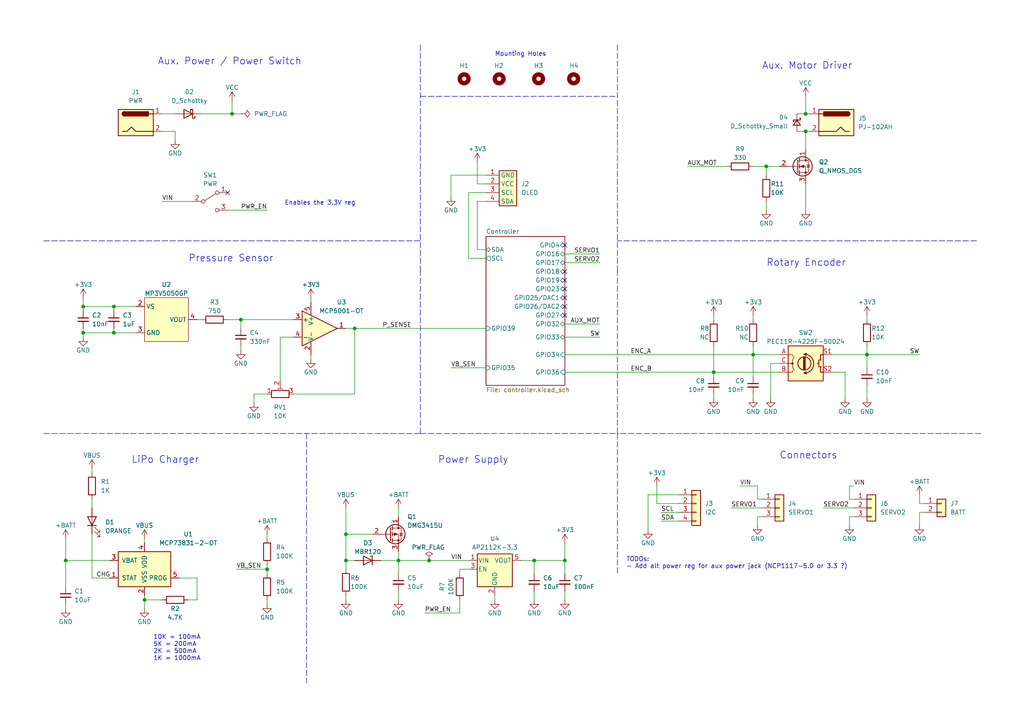
<source format=kicad_sch>
(kicad_sch (version 20211123) (generator eeschema)
  (paper "A4")
  (title_block (title "Blugasm") (date "2022-01-31") (rev "1") (comment 1 "Support for Heartrate/SpO2 sensing with MAX30102 + dual servo output") (comment 2 "Includes optional auxiliary motor driver (like the original nogasm)") (comment 4 "A battery powered nogasm inspired board with support for bluetooth toys."))
  (lib_symbols
    (symbol "Amplifier_Operational:MCP6001-OT" (pin_names (offset 0.127))
      (property "Reference" "U" (at -1.27 6.35 0))
      (property "Value" "MCP6001-OT" (at -1.27 3.81 0))
      (symbol "MCP6001-OT_0_1"
        (polyline (pts (xy -5.08 5.08) (xy 5.08 0) (xy -5.08 -5.08) (xy -5.08 5.08)) (stroke (width 0.254)) (fill (type background)))
        (pin power_in line (at -2.54 -7.62 90) (length 3.81) (name "V-") (number "2"))
        (pin power_in line (at -2.54 7.62 270) (length 3.81) (name "V+") (number "5"))
      )
      (symbol "MCP6001-OT_1_1"
        (pin output line (at 7.62 0 180) (length 2.54) (name "~") (number "1"))
        (pin input line (at -7.62 2.54 0) (length 2.54) (name "+") (number "3"))
        (pin input line (at -7.62 -2.54 0) (length 2.54) (name "-") (number "4"))
      )
    )
    (symbol "Battery_Management:MCP73831-2-OT" (pin_names (offset 1.016))
      (property "Reference" "U" (at -7.62 6.35 0))
      (property "Value" "MCP73831-2-OT" (at 1.27 6.35 0))
      (symbol "MCP73831-2-OT_0_1"
        (rectangle (start -7.62 5.08) (end 7.62 -5.08) (stroke (width 0.254)) (fill (type background)))
      )
      (symbol "MCP73831-2-OT_1_1"
        (pin output line (at 10.16 -2.54 180) (length 2.54) (name "STAT") (number "1"))
        (pin power_in line (at 0 -7.62 90) (length 2.54) (name "VSS") (number "2"))
        (pin power_out line (at 10.16 2.54 180) (length 2.54) (name "VBAT") (number "3"))
        (pin power_in line (at 0 7.62 270) (length 2.54) (name "VDD") (number "4"))
        (pin input line (at -10.16 -2.54 0) (length 2.54) (name "PROG") (number "5"))
      )
    )
    (symbol "Connector:Barrel_Jack" (pin_names (offset 1.016))
      (property "Reference" "J" (at 0 5.334 0))
      (property "Value" "Barrel_Jack" (at 0 -5.08 0))
      (symbol "Barrel_Jack_0_1"
        (rectangle (start -5.08 3.81) (end 5.08 -3.81) (stroke (width 0.254)) (fill (type background)))
        (arc (start -3.302 3.175) (mid -3.937 2.54) (end -3.302 1.905) (stroke (width 0.254)))
        (arc (start -3.302 3.175) (mid -3.937 2.54) (end -3.302 1.905) (stroke (width 0.254)) (fill (type outline)))
        (polyline (pts (xy 5.08 2.54) (xy 3.81 2.54)) (stroke (width 0.254)))
        (polyline (pts (xy -3.81 -2.54) (xy -2.54 -2.54) (xy -1.27 -1.27) (xy 0 -2.54) (xy 2.54 -2.54) (xy 5.08 -2.54)) (stroke (width 0.254)))
        (rectangle (start 3.683 3.175) (end -3.302 1.905) (stroke (width 0.254)) (fill (type outline)))
      )
      (symbol "Barrel_Jack_1_1"
        (pin passive line (at 7.62 2.54 180) (length 2.54) (name "~") (number "1"))
        (pin passive line (at 7.62 -2.54 180) (length 2.54) (name "~") (number "2"))
      )
    )
    (symbol "Connector_Generic:Conn_01x02" (pin_names (offset 1.016) hide)
      (property "Reference" "J" (at 0 2.54 0))
      (property "Value" "Conn_01x02" (at 0 -5.08 0))
      (symbol "Conn_01x02_1_1"
        (rectangle (start -1.27 -2.413) (end 0 -2.667) (stroke (width 0.1524)))
        (rectangle (start -1.27 0.127) (end 0 -0.127) (stroke (width 0.1524)))
        (rectangle (start -1.27 1.27) (end 1.27 -3.81) (stroke (width 0.254)) (fill (type background)))
        (pin passive line (at -5.08 0 0) (length 3.81) (name "Pin_1") (number "1"))
        (pin passive line (at -5.08 -2.54 0) (length 3.81) (name "Pin_2") (number "2"))
      )
    )
    (symbol "Connector_Generic:Conn_01x03" (pin_names (offset 1.016) hide)
      (property "Reference" "J" (at 0 5.08 0))
      (property "Value" "Conn_01x03" (at 0 -5.08 0))
      (symbol "Conn_01x03_1_1"
        (rectangle (start -1.27 -2.413) (end 0 -2.667) (stroke (width 0.1524)))
        (rectangle (start -1.27 0.127) (end 0 -0.127) (stroke (width 0.1524)))
        (rectangle (start -1.27 2.667) (end 0 2.413) (stroke (width 0.1524)))
        (rectangle (start -1.27 3.81) (end 1.27 -3.81) (stroke (width 0.254)) (fill (type background)))
        (pin passive line (at -5.08 2.54 0) (length 3.81) (name "Pin_1") (number "1"))
        (pin passive line (at -5.08 0 0) (length 3.81) (name "Pin_2") (number "2"))
        (pin passive line (at -5.08 -2.54 0) (length 3.81) (name "Pin_3") (number "3"))
      )
    )
    (symbol "Connector_Generic:Conn_01x04" (pin_names (offset 1.016) hide)
      (property "Reference" "J" (at 0 5.08 0))
      (property "Value" "Conn_01x04" (at 0 -7.62 0))
      (symbol "Conn_01x04_1_1"
        (rectangle (start -1.27 -4.953) (end 0 -5.207) (stroke (width 0.1524)))
        (rectangle (start -1.27 -2.413) (end 0 -2.667) (stroke (width 0.1524)))
        (rectangle (start -1.27 0.127) (end 0 -0.127) (stroke (width 0.1524)))
        (rectangle (start -1.27 2.667) (end 0 2.413) (stroke (width 0.1524)))
        (rectangle (start -1.27 3.81) (end 1.27 -6.35) (stroke (width 0.254)) (fill (type background)))
        (pin passive line (at -5.08 2.54 0) (length 3.81) (name "Pin_1") (number "1"))
        (pin passive line (at -5.08 0 0) (length 3.81) (name "Pin_2") (number "2"))
        (pin passive line (at -5.08 -2.54 0) (length 3.81) (name "Pin_3") (number "3"))
        (pin passive line (at -5.08 -5.08 0) (length 3.81) (name "Pin_4") (number "4"))
      )
    )
    (symbol "Device:C_Small" (pin_numbers hide) (pin_names (offset 0.254) hide)
      (property "Reference" "C" (at 0.254 1.778 0))
      (property "Value" "C_Small" (at 0.254 -2.032 0))
      (symbol "C_Small_0_1"
        (polyline (pts (xy -1.524 -0.508) (xy 1.524 -0.508)) (stroke (width 0.3302)))
        (polyline (pts (xy -1.524 0.508) (xy 1.524 0.508)) (stroke (width 0.3048)))
      )
      (symbol "C_Small_1_1"
        (pin passive line (at 0 2.54 270) (length 2.032) (name "~") (number "1"))
        (pin passive line (at 0 -2.54 90) (length 2.032) (name "~") (number "2"))
      )
    )
    (symbol "Device:D_Schottky" (pin_numbers hide) (pin_names (offset 1.016) hide)
      (property "Reference" "D" (at 0 2.54 0))
      (property "Value" "D_Schottky" (at 0 -2.54 0))
      (symbol "D_Schottky_0_1"
        (polyline (pts (xy 1.27 0) (xy -1.27 0)))
        (polyline (pts (xy 1.27 1.27) (xy 1.27 -1.27) (xy -1.27 0) (xy 1.27 1.27)) (stroke (width 0.254)))
        (polyline (pts (xy -1.905 0.635) (xy -1.905 1.27) (xy -1.27 1.27) (xy -1.27 -1.27) (xy -0.635 -1.27) (xy -0.635 -0.635)) (stroke (width 0.254)))
      )
      (symbol "D_Schottky_1_1"
        (pin passive line (at -3.81 0 0) (length 2.54) (name "K") (number "1"))
        (pin passive line (at 3.81 0 180) (length 2.54) (name "A") (number "2"))
      )
    )
    (symbol "Device:D_Schottky_Small" (pin_numbers hide) (pin_names (offset 0.254) hide)
      (property "Reference" "D" (at -1.27 2.032 0))
      (property "Value" "D_Schottky_Small" (at -7.112 -2.032 0))
      (symbol "D_Schottky_Small_0_1"
        (polyline (pts (xy -0.762 0) (xy 0.762 0)))
        (polyline (pts (xy 0.762 -1.016) (xy -0.762 0) (xy 0.762 1.016) (xy 0.762 -1.016)) (stroke (width 0.254)))
        (polyline (pts (xy -1.27 0.762) (xy -1.27 1.016) (xy -0.762 1.016) (xy -0.762 -1.016) (xy -0.254 -1.016) (xy -0.254 -0.762)) (stroke (width 0.254)))
      )
      (symbol "D_Schottky_Small_1_1"
        (pin passive line (at -2.54 0 0) (length 1.778) (name "K") (number "1"))
        (pin passive line (at 2.54 0 180) (length 1.778) (name "A") (number "2"))
      )
    )
    (symbol "Device:D_Zener" (pin_numbers hide) (pin_names (offset 1.016) hide)
      (property "Reference" "D" (at 0 2.54 0))
      (property "Value" "D_Zener" (at 0 -2.54 0))
      (symbol "D_Zener_0_1"
        (polyline (pts (xy 1.27 0) (xy -1.27 0)))
        (polyline (pts (xy -1.27 -1.27) (xy -1.27 1.27) (xy -0.762 1.27)) (stroke (width 0.254)))
        (polyline (pts (xy 1.27 -1.27) (xy 1.27 1.27) (xy -1.27 0) (xy 1.27 -1.27)) (stroke (width 0.254)))
      )
      (symbol "D_Zener_1_1"
        (pin passive line (at -3.81 0 0) (length 2.54) (name "K") (number "1"))
        (pin passive line (at 3.81 0 180) (length 2.54) (name "A") (number "2"))
      )
    )
    (symbol "Device:LED" (pin_numbers hide) (pin_names (offset 1.016) hide)
      (property "Reference" "D" (at 0 2.54 0))
      (property "Value" "LED" (at 0 -2.54 0))
      (symbol "LED_0_1"
        (polyline (pts (xy -1.27 -1.27) (xy -1.27 1.27)) (stroke (width 0.254)))
        (polyline (pts (xy -1.27 0) (xy 1.27 0)))
        (polyline (pts (xy 1.27 -1.27) (xy 1.27 1.27) (xy -1.27 0) (xy 1.27 -1.27)) (stroke (width 0.254)))
        (polyline (pts (xy -3.048 -0.762) (xy -4.572 -2.286) (xy -3.81 -2.286) (xy -4.572 -2.286) (xy -4.572 -1.524)))
        (polyline (pts (xy -1.778 -0.762) (xy -3.302 -2.286) (xy -2.54 -2.286) (xy -3.302 -2.286) (xy -3.302 -1.524)))
      )
      (symbol "LED_1_1"
        (pin passive line (at -3.81 0 0) (length 2.54) (name "K") (number "1"))
        (pin passive line (at 3.81 0 180) (length 2.54) (name "A") (number "2"))
      )
    )
    (symbol "Device:Q_NMOS_DGS" (pin_names (offset 0) hide)
      (property "Reference" "Q" (at 5.08 1.27 0))
      (property "Value" "Q_NMOS_DGS" (at 5.08 -1.27 0))
      (symbol "Q_NMOS_DGS_0_1"
        (polyline (pts (xy 0.254 0) (xy -2.54 0)))
        (polyline (pts (xy 0.254 1.905) (xy 0.254 -1.905)) (stroke (width 0.254)))
        (polyline (pts (xy 0.762 -1.27) (xy 0.762 -2.286)) (stroke (width 0.254)))
        (polyline (pts (xy 0.762 0.508) (xy 0.762 -0.508)) (stroke (width 0.254)))
        (polyline (pts (xy 0.762 2.286) (xy 0.762 1.27)) (stroke (width 0.254)))
        (polyline (pts (xy 2.54 2.54) (xy 2.54 1.778)))
        (polyline (pts (xy 2.54 -2.54) (xy 2.54 0) (xy 0.762 0)))
        (polyline (pts (xy 0.762 -1.778) (xy 3.302 -1.778) (xy 3.302 1.778) (xy 0.762 1.778)))
        (polyline (pts (xy 1.016 0) (xy 2.032 0.381) (xy 2.032 -0.381) (xy 1.016 0)) (fill (type outline)))
        (polyline (pts (xy 2.794 0.508) (xy 2.921 0.381) (xy 3.683 0.381) (xy 3.81 0.254)))
        (polyline (pts (xy 3.302 0.381) (xy 2.921 -0.254) (xy 3.683 -0.254) (xy 3.302 0.381)))
        (circle (center 1.651 0) (radius 2.794) (stroke (width 0.254)))
        (circle (center 2.54 -1.778) (radius 0.254) (fill (type outline)))
        (circle (center 2.54 1.778) (radius 0.254) (fill (type outline)))
      )
      (symbol "Q_NMOS_DGS_1_1"
        (pin passive line (at 2.54 5.08 270) (length 2.54) (name "D") (number "1"))
        (pin input line (at -5.08 0 0) (length 2.54) (name "G") (number "2"))
        (pin passive line (at 2.54 -5.08 90) (length 2.54) (name "S") (number "3"))
      )
    )
    (symbol "Device:Q_PMOS_DGS" (pin_names (offset 0) hide)
      (property "Reference" "Q" (at 5.08 1.27 0))
      (property "Value" "Q_PMOS_DGS" (at 5.08 -1.27 0))
      (symbol "Q_PMOS_DGS_0_1"
        (polyline (pts (xy 0.254 0) (xy -2.54 0)))
        (polyline (pts (xy 0.254 1.905) (xy 0.254 -1.905)) (stroke (width 0.254)))
        (polyline (pts (xy 0.762 -1.27) (xy 0.762 -2.286)) (stroke (width 0.254)))
        (polyline (pts (xy 0.762 0.508) (xy 0.762 -0.508)) (stroke (width 0.254)))
        (polyline (pts (xy 0.762 2.286) (xy 0.762 1.27)) (stroke (width 0.254)))
        (polyline (pts (xy 2.54 2.54) (xy 2.54 1.778)))
        (polyline (pts (xy 2.54 -2.54) (xy 2.54 0) (xy 0.762 0)))
        (polyline (pts (xy 0.762 1.778) (xy 3.302 1.778) (xy 3.302 -1.778) (xy 0.762 -1.778)))
        (polyline (pts (xy 2.286 0) (xy 1.27 0.381) (xy 1.27 -0.381) (xy 2.286 0)) (fill (type outline)))
        (polyline (pts (xy 2.794 -0.508) (xy 2.921 -0.381) (xy 3.683 -0.381) (xy 3.81 -0.254)))
        (polyline (pts (xy 3.302 -0.381) (xy 2.921 0.254) (xy 3.683 0.254) (xy 3.302 -0.381)))
        (circle (center 1.651 0) (radius 2.794) (stroke (width 0.254)))
        (circle (center 2.54 -1.778) (radius 0.254) (fill (type outline)))
        (circle (center 2.54 1.778) (radius 0.254) (fill (type outline)))
      )
      (symbol "Q_PMOS_DGS_1_1"
        (pin passive line (at 2.54 5.08 270) (length 2.54) (name "D") (number "1"))
        (pin input line (at -5.08 0 0) (length 2.54) (name "G") (number "2"))
        (pin passive line (at 2.54 -5.08 90) (length 2.54) (name "S") (number "3"))
      )
    )
    (symbol "Device:R" (pin_numbers hide) (pin_names (offset 0))
      (property "Reference" "R" (at 2.032 0 90))
      (property "Value" "R" (at 0 0 90))
      (symbol "R_0_1"
        (rectangle (start -1.016 -2.54) (end 1.016 2.54) (stroke (width 0.254)))
      )
      (symbol "R_1_1"
        (pin passive line (at 0 3.81 270) (length 1.27) (name "~") (number "1"))
        (pin passive line (at 0 -3.81 90) (length 1.27) (name "~") (number "2"))
      )
    )
    (symbol "Device:R_Potentiometer_Trim" (pin_names (offset 1.016) hide)
      (property "Reference" "RV" (at -4.445 0 90))
      (property "Value" "R_Potentiometer_Trim" (at -2.54 0 90))
      (symbol "R_Potentiometer_Trim_0_1"
        (polyline (pts (xy 1.524 0.762) (xy 1.524 -0.762)))
        (polyline (pts (xy 2.54 0) (xy 1.524 0)))
        (rectangle (start 1.016 2.54) (end -1.016 -2.54) (stroke (width 0.254)))
      )
      (symbol "R_Potentiometer_Trim_1_1"
        (pin passive line (at 0 3.81 270) (length 1.27) (name "1") (number "1"))
        (pin passive line (at 3.81 0 180) (length 1.27) (name "2") (number "2"))
        (pin passive line (at 0 -3.81 90) (length 1.27) (name "3") (number "3"))
      )
    )
    (symbol "Device:RotaryEncoder_Switch" (pin_names (offset 0.254) hide)
      (property "Reference" "SW" (at 0 6.604 0))
      (property "Value" "RotaryEncoder_Switch" (at 0 -6.604 0))
      (symbol "RotaryEncoder_Switch_0_1"
        (rectangle (start -5.08 5.08) (end 5.08 -5.08) (stroke (width 0.254)) (fill (type background)))
        (circle (center -3.81 0) (radius 0.254) (fill (type outline)))
        (arc (start -0.381 -2.794) (mid 2.3622 -0.0635) (end -0.381 2.667) (stroke (width 0.254)))
        (circle (center -0.381 0) (radius 1.905) (stroke (width 0.254)))
        (polyline (pts (xy -0.635 -1.778) (xy -0.635 1.778)) (stroke (width 0.254)))
        (polyline (pts (xy -0.381 -1.778) (xy -0.381 1.778)) (stroke (width 0.254)))
        (polyline (pts (xy -0.127 1.778) (xy -0.127 -1.778)) (stroke (width 0.254)))
        (polyline (pts (xy 3.81 0) (xy 3.429 0)) (stroke (width 0.254)))
        (polyline (pts (xy 3.81 1.016) (xy 3.81 -1.016)) (stroke (width 0.254)))
        (polyline (pts (xy -5.08 -2.54) (xy -3.81 -2.54) (xy -3.81 -2.032)))
        (polyline (pts (xy -5.08 2.54) (xy -3.81 2.54) (xy -3.81 2.032)))
        (polyline (pts (xy 0.254 -3.048) (xy -0.508 -2.794) (xy 0.127 -2.413)) (stroke (width 0.254)))
        (polyline (pts (xy 0.254 2.921) (xy -0.508 2.667) (xy 0.127 2.286)) (stroke (width 0.254)))
        (polyline (pts (xy 5.08 -2.54) (xy 4.318 -2.54) (xy 4.318 -1.016)) (stroke (width 0.254)))
        (polyline (pts (xy 5.08 2.54) (xy 4.318 2.54) (xy 4.318 1.016)) (stroke (width 0.254)))
        (polyline (pts (xy -5.08 0) (xy -3.81 0) (xy -3.81 -1.016) (xy -3.302 -2.032)))
        (polyline (pts (xy -4.318 0) (xy -3.81 0) (xy -3.81 1.016) (xy -3.302 2.032)))
        (circle (center 4.318 -1.016) (radius 0.127) (stroke (width 0.254)))
        (circle (center 4.318 1.016) (radius 0.127) (stroke (width 0.254)))
      )
      (symbol "RotaryEncoder_Switch_1_1"
        (pin passive line (at -7.62 2.54 0) (length 2.54) (name "A") (number "A"))
        (pin passive line (at -7.62 -2.54 0) (length 2.54) (name "B") (number "B"))
        (pin passive line (at -7.62 0 0) (length 2.54) (name "C") (number "C"))
        (pin passive line (at 7.62 2.54 180) (length 2.54) (name "S1") (number "S1"))
        (pin passive line (at 7.62 -2.54 180) (length 2.54) (name "S2") (number "S2"))
      )
    )
    (symbol "Mechanical:MountingHole" (pin_names (offset 1.016))
      (property "Reference" "H" (at 0 5.08 0))
      (property "Value" "MountingHole" (at 0 3.175 0))
      (symbol "MountingHole_0_1"
        (circle (center 0 0) (radius 1.27) (stroke (width 1.27)))
      )
    )
    (symbol "Regulator_Linear:AP2112K-3.3" (pin_names (offset 0.254))
      (property "Reference" "U" (at -5.08 5.715 0))
      (property "Value" "AP2112K-3.3" (at 0 5.715 0))
      (symbol "AP2112K-3.3_0_1"
        (rectangle (start -5.08 4.445) (end 5.08 -5.08) (stroke (width 0.254)) (fill (type background)))
      )
      (symbol "AP2112K-3.3_1_1"
        (pin power_in line (at -7.62 2.54 0) (length 2.54) (name "VIN") (number "1"))
        (pin power_in line (at 0 -7.62 90) (length 2.54) (name "GND") (number "2"))
        (pin input line (at -7.62 0 0) (length 2.54) (name "EN") (number "3"))
        (pin no_connect line (at 5.08 0 180) (length 2.54) hide (name "NC") (number "4"))
        (pin power_out line (at 7.62 2.54 180) (length 2.54) (name "VOUT") (number "5"))
      )
    )
    (symbol "SaawLib:MP3V5050GP"
      (property "Reference" "U" (at 0 7.62 0))
      (property "Value" "MP3V5050GP" (at 0 -7.62 0))
      (symbol "MP3V5050GP_0_1"
        (rectangle (start -6.35 6.35) (end 6.35 -6.35) (fill (type background)))
      )
      (symbol "MP3V5050GP_1_1"
        (pin no_connect line (at 8.89 5.08 180) (length 2.54) hide (name "DNC") (number "1"))
        (pin power_in line (at -8.89 3.81 0) (length 2.54) (name "VS") (number "2"))
        (pin power_in line (at -8.89 -3.81 0) (length 2.54) (name "GND") (number "3"))
        (pin output line (at 8.89 0 180) (length 2.54) (name "VOUT") (number "4"))
        (pin no_connect line (at 8.89 2.54 180) (length 2.54) hide (name "DNC") (number "5"))
        (pin no_connect line (at 8.89 -2.54 180) (length 2.54) hide (name "DNC") (number "6"))
        (pin no_connect line (at 8.89 -5.08 180) (length 2.54) hide (name "DNC") (number "7"))
        (pin no_connect line (at -8.89 0 0) (length 2.54) hide (name "DNC") (number "8"))
      )
    )
    (symbol "SaawLib:OLED_MODULE_I2C"
      (property "Reference" "J" (at 0 6.35 0))
      (property "Value" "OLED_MODULE_I2C" (at 0 -6.35 0))
      (symbol "OLED_MODULE_I2C_1_1"
        (rectangle (start -1.27 5.08) (end 3.81 -5.08) (stroke (width 0.254)) (fill (type background)))
        (pin passive line (at -5.08 3.81 0) (length 3.81) (name "GND") (number "1"))
        (pin passive line (at -5.08 1.27 0) (length 3.81) (name "VCC") (number "2"))
        (pin passive line (at -5.08 -1.27 0) (length 3.81) (name "SCL") (number "3"))
        (pin passive line (at -5.08 -3.81 0) (length 3.81) (name "SDA") (number "4"))
      )
    )
    (symbol "Switch:SW_SPDT" (pin_names (offset 0) hide)
      (property "Reference" "SW" (at 0 4.318 0))
      (property "Value" "SW_SPDT" (at 0 -5.08 0))
      (symbol "SW_SPDT_0_0"
        (circle (center -2.032 0) (radius 0.508))
        (circle (center 2.032 -2.54) (radius 0.508))
      )
      (symbol "SW_SPDT_0_1"
        (polyline (pts (xy -1.524 0.254) (xy 1.651 2.286)))
        (circle (center 2.032 2.54) (radius 0.508))
      )
      (symbol "SW_SPDT_1_1"
        (pin passive line (at 5.08 2.54 180) (length 2.54) (name "A") (number "1"))
        (pin passive line (at -5.08 0 0) (length 2.54) (name "B") (number "2"))
        (pin passive line (at 5.08 -2.54 180) (length 2.54) (name "C") (number "3"))
      )
    )
    (symbol "power:+3.3V" (power) (pin_names (offset 0))
      (property "Value" "+3.3V" (at 0 3.556 0))
      (symbol "+3.3V_0_1"
        (polyline (pts (xy -0.762 1.27) (xy 0 2.54)))
        (polyline (pts (xy 0 0) (xy 0 2.54)))
        (polyline (pts (xy 0 2.54) (xy 0.762 1.27)))
      )
      (symbol "+3.3V_1_1"
        (pin power_in line (at 0 0 90) (length 0) hide (name "+3V3") (number "1"))
      )
    )
    (symbol "power:+BATT" (power) (pin_names (offset 0))
      (property "Value" "+BATT" (at 0 3.556 0))
      (symbol "+BATT_0_1"
        (polyline (pts (xy -0.762 1.27) (xy 0 2.54)))
        (polyline (pts (xy 0 0) (xy 0 2.54)))
        (polyline (pts (xy 0 2.54) (xy 0.762 1.27)))
      )
      (symbol "+BATT_1_1"
        (pin power_in line (at 0 0 90) (length 0) hide (name "+BATT") (number "1"))
      )
    )
    (symbol "power:GND" (power) (pin_names (offset 0))
      (property "Value" "GND" (at 0 -3.81 0))
      (symbol "GND_0_1"
        (polyline (pts (xy 0 0) (xy 0 -1.27) (xy 1.27 -1.27) (xy 0 -2.54) (xy -1.27 -1.27) (xy 0 -1.27)))
      )
      (symbol "GND_1_1"
        (pin power_in line (at 0 0 270) (length 0) hide (name "GND") (number "1"))
      )
    )
    (symbol "power:PWR_FLAG" (power) (pin_numbers hide) (pin_names (offset 0) hide)
      (property "Value" "PWR_FLAG" (at 0 3.81 0))
      (symbol "PWR_FLAG_0_0"
        (pin power_out line (at 0 0 90) (length 0) (name "pwr") (number "1"))
      )
      (symbol "PWR_FLAG_0_1"
        (polyline (pts (xy 0 0) (xy 0 1.27) (xy -1.016 1.905) (xy 0 2.54) (xy 1.016 1.905) (xy 0 1.27)))
      )
    )
    (symbol "power:VBUS" (power) (pin_names (offset 0))
      (property "Value" "VBUS" (at 0 3.81 0))
      (symbol "VBUS_0_1"
        (polyline (pts (xy -0.762 1.27) (xy 0 2.54)))
        (polyline (pts (xy 0 0) (xy 0 2.54)))
        (polyline (pts (xy 0 2.54) (xy 0.762 1.27)))
      )
      (symbol "VBUS_1_1"
        (pin power_in line (at 0 0 90) (length 0) hide (name "VBUS") (number "1"))
      )
    )
    (symbol "power:VCC" (power) (pin_names (offset 0))
      (property "Value" "VCC" (at 0 3.81 0))
      (symbol "VCC_0_1"
        (polyline (pts (xy -0.762 1.27) (xy 0 2.54)))
        (polyline (pts (xy 0 0) (xy 0 2.54)))
        (polyline (pts (xy 0 2.54) (xy 0.762 1.27)))
      )
      (symbol "VCC_1_1"
        (pin power_in line (at 0 0 90) (length 0) hide (name "VCC") (number "1"))
      )
    )
  )
  (junction (at 233.68 38.1))
  (junction (at 115.57 162.56))
  (junction (at 41.91 173.99))
  (junction (at 69.85 92.71))
  (junction (at 163.83 162.56))
  (junction (at 154.94 162.56))
  (junction (at 24.13 96.52))
  (junction (at 222.25 48.26))
  (junction (at 67.31 33.02))
  (junction (at 100.33 162.56))
  (junction (at 251.46 102.87))
  (junction (at 77.47 165.1))
  (junction (at 218.44 102.87))
  (junction (at 102.87 95.25))
  (junction (at 207.01 107.95))
  (junction (at 33.02 88.9))
  (junction (at 100.33 154.94))
  (junction (at 233.68 33.02))
  (junction (at 24.13 88.9))
  (junction (at 33.02 96.52))
  (junction (at 19.05 162.56))
  (junction (at 124.46 162.56))
  (no_connect (at 163.83 71.12))
  (no_connect (at 66.04 55.88))
  (no_connect (at 163.83 83.82))
  (no_connect (at 163.83 86.36))
  (no_connect (at 163.83 81.28))
  (no_connect (at 163.83 78.74))
  (no_connect (at 163.83 91.44))
  (no_connect (at 163.83 88.9))
  (polyline (pts (xy 284.48 125.73) (xy 179.07 125.73)))
  (wire (pts (xy 212.09 147.32) (xy 220.98 147.32)))
  (wire (pts (xy 218.44 100.33) (xy 218.44 102.87)))
  (wire (pts (xy 19.05 162.56) (xy 19.05 170.18)))
  (wire (pts (xy 223.52 105.41) (xy 223.52 115.57)))
  (wire (pts (xy 218.44 114.3) (xy 218.44 115.57)))
  (wire (pts (xy 115.57 162.56) (xy 115.57 160.02)))
  (wire (pts (xy 199.39 48.26) (xy 210.82 48.26)))
  (wire (pts (xy 151.13 162.56) (xy 154.94 162.56)))
  (wire (pts (xy 251.46 102.87) (xy 266.7 102.87)))
  (wire (pts (xy 173.99 76.2) (xy 163.83 76.2)))
  (wire (pts (xy 207.01 114.3) (xy 207.01 115.57)))
  (wire (pts (xy 33.02 88.9) (xy 39.37 88.9)))
  (wire (pts (xy 246.38 144.78) (xy 246.38 140.97)))
  (wire (pts (xy 41.91 172.72) (xy 41.91 173.99)))
  (wire (pts (xy 196.85 148.59) (xy 191.77 148.59)))
  (wire (pts (xy 69.85 92.71) (xy 66.04 92.71)))
  (wire (pts (xy 26.67 137.16) (xy 26.67 135.89)))
  (wire (pts (xy 154.94 162.56) (xy 163.83 162.56)))
  (wire (pts (xy 46.99 33.02) (xy 50.8 33.02)))
  (polyline (pts (xy 12.7 69.85) (xy 121.92 69.85)))
  (wire (pts (xy 207.01 100.33) (xy 207.01 107.95)))
  (wire (pts (xy 41.91 173.99) (xy 41.91 176.53)))
  (wire (pts (xy 173.99 73.66) (xy 163.83 73.66)))
  (wire (pts (xy 163.83 102.87) (xy 218.44 102.87)))
  (wire (pts (xy 100.33 154.94) (xy 100.33 162.56)))
  (wire (pts (xy 102.87 95.25) (xy 140.97 95.25)))
  (wire (pts (xy 24.13 96.52) (xy 24.13 97.79)))
  (wire (pts (xy 219.71 144.78) (xy 219.71 140.97)))
  (wire (pts (xy 130.81 106.68) (xy 140.97 106.68)))
  (wire (pts (xy 50.8 40.64) (xy 50.8 38.1)))
  (wire (pts (xy 67.31 33.02) (xy 69.85 33.02)))
  (wire (pts (xy 100.33 172.72) (xy 100.33 173.99)))
  (wire (pts (xy 233.68 38.1) (xy 233.68 43.18)))
  (wire (pts (xy 196.85 146.05) (xy 190.5 146.05)))
  (wire (pts (xy 140.97 58.42) (xy 138.43 58.42)))
  (wire (pts (xy 218.44 91.44) (xy 218.44 92.71)))
  (wire (pts (xy 267.97 148.59) (xy 266.7 148.59)))
  (wire (pts (xy 90.17 86.36) (xy 90.17 87.63)))
  (wire (pts (xy 266.7 146.05) (xy 266.7 143.51)))
  (wire (pts (xy 135.89 74.93) (xy 135.89 55.88)))
  (wire (pts (xy 218.44 48.26) (xy 222.25 48.26)))
  (wire (pts (xy 220.98 149.86) (xy 219.71 149.86)))
  (wire (pts (xy 50.8 38.1) (xy 46.99 38.1)))
  (wire (pts (xy 241.3 102.87) (xy 251.46 102.87)))
  (wire (pts (xy 123.19 177.8) (xy 133.35 177.8)))
  (polyline (pts (xy 12.7 125.73) (xy 121.92 125.73)))
  (polyline (pts (xy 121.92 125.73) (xy 179.07 125.73)))
  (wire (pts (xy 140.97 53.34) (xy 138.43 53.34)))
  (wire (pts (xy 67.31 29.21) (xy 67.31 33.02)))
  (wire (pts (xy 69.85 100.33) (xy 69.85 101.6)))
  (wire (pts (xy 138.43 58.42) (xy 138.43 72.39)))
  (wire (pts (xy 100.33 154.94) (xy 107.95 154.94)))
  (wire (pts (xy 140.97 50.8) (xy 130.81 50.8)))
  (wire (pts (xy 231.14 33.02) (xy 233.68 33.02)))
  (wire (pts (xy 24.13 88.9) (xy 33.02 88.9)))
  (polyline (pts (xy 88.9 125.73) (xy 88.9 198.12)))
  (wire (pts (xy 26.67 167.64) (xy 31.75 167.64)))
  (wire (pts (xy 19.05 175.26) (xy 19.05 176.53)))
  (wire (pts (xy 251.46 91.44) (xy 251.46 92.71)))
  (wire (pts (xy 90.17 102.87) (xy 90.17 104.14)))
  (wire (pts (xy 24.13 86.36) (xy 24.13 88.9)))
  (wire (pts (xy 233.68 33.02) (xy 234.95 33.02)))
  (wire (pts (xy 245.11 107.95) (xy 241.3 107.95)))
  (wire (pts (xy 57.15 173.99) (xy 57.15 167.64)))
  (wire (pts (xy 57.15 167.64) (xy 52.07 167.64)))
  (wire (pts (xy 222.25 48.26) (xy 226.06 48.26)))
  (wire (pts (xy 143.51 172.72) (xy 143.51 173.99)))
  (wire (pts (xy 41.91 173.99) (xy 46.99 173.99)))
  (wire (pts (xy 238.76 147.32) (xy 247.65 147.32)))
  (wire (pts (xy 233.68 53.34) (xy 233.68 60.96)))
  (wire (pts (xy 33.02 95.25) (xy 33.02 96.52)))
  (wire (pts (xy 135.89 55.88) (xy 140.97 55.88)))
  (wire (pts (xy 219.71 149.86) (xy 219.71 152.4)))
  (wire (pts (xy 100.33 162.56) (xy 102.87 162.56)))
  (wire (pts (xy 218.44 109.22) (xy 218.44 102.87)))
  (polyline (pts (xy 283.21 69.85) (xy 179.07 69.85)))
  (wire (pts (xy 110.49 162.56) (xy 115.57 162.56)))
  (wire (pts (xy 163.83 107.95) (xy 207.01 107.95)))
  (wire (pts (xy 100.33 154.94) (xy 100.33 147.32)))
  (wire (pts (xy 190.5 140.97) (xy 190.5 146.05)))
  (wire (pts (xy 58.42 33.02) (xy 67.31 33.02)))
  (wire (pts (xy 247.65 144.78) (xy 246.38 144.78)))
  (polyline (pts (xy 121.92 125.73) (xy 121.92 78.74)))
  (wire (pts (xy 33.02 96.52) (xy 24.13 96.52)))
  (wire (pts (xy 115.57 162.56) (xy 124.46 162.56)))
  (polyline (pts (xy 179.07 78.74) (xy 179.07 12.7)))
  (wire (pts (xy 251.46 106.68) (xy 251.46 102.87)))
  (wire (pts (xy 77.47 114.3) (xy 73.66 114.3)))
  (wire (pts (xy 68.58 165.1) (xy 77.47 165.1)))
  (wire (pts (xy 102.87 95.25) (xy 100.33 95.25)))
  (wire (pts (xy 73.66 116.84) (xy 73.66 114.3)))
  (wire (pts (xy 77.47 165.1) (xy 77.47 166.37)))
  (wire (pts (xy 251.46 100.33) (xy 251.46 102.87)))
  (polyline (pts (xy 121.92 27.94) (xy 179.07 27.94)))
  (wire (pts (xy 218.44 102.87) (xy 226.06 102.87)))
  (wire (pts (xy 54.61 173.99) (xy 57.15 173.99)))
  (wire (pts (xy 222.25 48.26) (xy 222.25 50.8)))
  (wire (pts (xy 81.28 110.49) (xy 81.28 97.79)))
  (wire (pts (xy 154.94 166.37) (xy 154.94 162.56)))
  (wire (pts (xy 19.05 156.21) (xy 19.05 162.56)))
  (wire (pts (xy 100.33 162.56) (xy 100.33 165.1)))
  (wire (pts (xy 133.35 177.8) (xy 133.35 173.99)))
  (wire (pts (xy 187.96 143.51) (xy 196.85 143.51)))
  (wire (pts (xy 77.47 173.99) (xy 77.47 175.26)))
  (wire (pts (xy 115.57 147.32) (xy 115.57 149.86)))
  (wire (pts (xy 163.83 93.98) (xy 173.99 93.98)))
  (wire (pts (xy 220.98 144.78) (xy 219.71 144.78)))
  (wire (pts (xy 69.85 92.71) (xy 69.85 95.25)))
  (wire (pts (xy 77.47 60.96) (xy 66.04 60.96)))
  (wire (pts (xy 133.35 165.1) (xy 135.89 165.1)))
  (wire (pts (xy 140.97 74.93) (xy 135.89 74.93)))
  (wire (pts (xy 214.63 140.97) (xy 219.71 140.97)))
  (wire (pts (xy 163.83 162.56) (xy 163.83 166.37)))
  (wire (pts (xy 246.38 149.86) (xy 246.38 152.4)))
  (wire (pts (xy 102.87 114.3) (xy 102.87 95.25)))
  (wire (pts (xy 77.47 163.83) (xy 77.47 165.1)))
  (wire (pts (xy 24.13 95.25) (xy 24.13 96.52)))
  (wire (pts (xy 46.99 58.42) (xy 55.88 58.42)))
  (polyline (pts (xy 179.07 125.73) (xy 179.07 166.37)))
  (wire (pts (xy 196.85 151.13) (xy 191.77 151.13)))
  (wire (pts (xy 266.7 148.59) (xy 266.7 152.4)))
  (wire (pts (xy 77.47 154.94) (xy 77.47 156.21)))
  (wire (pts (xy 24.13 88.9) (xy 24.13 90.17)))
  (polyline (pts (xy 179.07 125.73) (xy 179.07 78.74)))
  (wire (pts (xy 163.83 97.79) (xy 173.99 97.79)))
  (wire (pts (xy 163.83 171.45) (xy 163.83 173.99)))
  (wire (pts (xy 41.91 156.21) (xy 41.91 157.48)))
  (wire (pts (xy 247.65 149.86) (xy 246.38 149.86)))
  (wire (pts (xy 138.43 72.39) (xy 140.97 72.39)))
  (wire (pts (xy 234.95 38.1) (xy 233.68 38.1)))
  (wire (pts (xy 58.42 92.71) (xy 57.15 92.71)))
  (wire (pts (xy 207.01 91.44) (xy 207.01 92.71)))
  (wire (pts (xy 207.01 107.95) (xy 207.01 109.22)))
  (wire (pts (xy 26.67 154.94) (xy 26.67 167.64)))
  (wire (pts (xy 81.28 97.79) (xy 85.09 97.79)))
  (wire (pts (xy 251.46 111.76) (xy 251.46 115.57)))
  (wire (pts (xy 33.02 88.9) (xy 33.02 90.17)))
  (wire (pts (xy 19.05 162.56) (xy 31.75 162.56)))
  (wire (pts (xy 124.46 162.56) (xy 135.89 162.56)))
  (wire (pts (xy 26.67 144.78) (xy 26.67 147.32)))
  (wire (pts (xy 115.57 171.45) (xy 115.57 173.99)))
  (wire (pts (xy 245.11 115.57) (xy 245.11 107.95)))
  (wire (pts (xy 163.83 157.48) (xy 163.83 162.56)))
  (wire (pts (xy 222.25 58.42) (xy 222.25 60.96)))
  (wire (pts (xy 130.81 50.8) (xy 130.81 57.15)))
  (wire (pts (xy 138.43 46.99) (xy 138.43 53.34)))
  (wire (pts (xy 39.37 96.52) (xy 33.02 96.52)))
  (wire (pts (xy 85.09 114.3) (xy 102.87 114.3)))
  (wire (pts (xy 115.57 166.37) (xy 115.57 162.56)))
  (wire (pts (xy 247.65 140.97) (xy 246.38 140.97)))
  (wire (pts (xy 154.94 171.45) (xy 154.94 173.99)))
  (wire (pts (xy 207.01 107.95) (xy 226.06 107.95)))
  (wire (pts (xy 69.85 92.71) (xy 85.09 92.71)))
  (wire (pts (xy 187.96 143.51) (xy 187.96 153.67)))
  (wire (pts (xy 233.68 27.94) (xy 233.68 33.02)))
  (wire (pts (xy 226.06 105.41) (xy 223.52 105.41)))
  (wire (pts (xy 231.14 38.1) (xy 233.68 38.1)))
  (wire (pts (xy 133.35 165.1) (xy 133.35 166.37)))
  (polyline (pts (xy 121.92 78.74) (xy 121.92 12.7)))
  (wire (pts (xy 266.7 146.05) (xy 267.97 146.05)))
  (text "Aux. Motor Driver" (at 220.98 20.32 0) (effects (font (size 2 2)) (justify left bottom)))
  (text "Enables the 3.3V reg\n" (at 82.55 59.69 0) (effects (font (size 1.27 1.27)) (justify left bottom)))
  (text "Connectors" (at 226.06 133.35 0) (effects (font (size 2 2)) (justify left bottom)))
  (text "Mounting Holes" (at 143.51 16.51 0) (effects (font (size 1.27 1.27)) (justify left bottom)))
  (text "Power Supply" (at 127 134.62 0) (effects (font (size 2 2)) (justify left bottom)))
  (text "TODOs:\n- Add alt power reg for aux power jack (NCP1117-5.0 or 3.3 ?)" (at 181.61 165.1 0) (effects (font (size 1.27 1.27)) (justify left bottom)))
  (text "10K = 100mA\n5K = 200mA\n2K = 500mA\n1K = 1000mA" (at 44.45 191.77 0) (effects (font (size 1.27 1.27)) (justify left bottom)))
  (text "Rotary Encoder" (at 222.25 77.47 0) (effects (font (size 2 2)) (justify left bottom)))
  (text "Pressure Sensor" (at 54.61 76.2 0) (effects (font (size 2 2)) (justify left bottom)))
  (text "Aux. Power / Power Switch" (at 45.72 19.05 0) (effects (font (size 2 2)) (justify left bottom)))
  (text "LiPo Charger" (at 38.1 134.62 0) (effects (font (size 2 2)) (justify left bottom)))
  (label "CHG" (at 27.94 167.64 0))
  (label "VIN" (at 247.65 140.97 0))
  (label "VIN" (at 214.63 140.97 0))
  (label "VIN" (at 130.81 162.56 0))
  (label "PWR_EN" (at 77.47 60.96 180))
  (label "PWR_EN" (at 123.19 177.8 0))
  (label "AUX_MOT" (at 199.39 48.26 0))
  (label "VB_SEN" (at 130.81 106.68 0))
  (label "SCL" (at 191.77 148.59 0))
  (label "ENC_B" (at 182.88 107.95 0))
  (label "SW" (at 266.7 102.87 180))
  (label "ENC_A" (at 182.88 102.87 0))
  (label "SERVO2" (at 238.76 147.32 0))
  (label "P_SENSE" (at 119.38 95.25 180))
  (label "SERVO1" (at 173.99 73.66 180))
  (label "SW" (at 173.99 97.79 180))
  (label "VB_SEN" (at 68.58 165.1 0))
  (label "SERVO1" (at 212.09 147.32 0))
  (label "SERVO2" (at 173.99 76.2 180))
  (label "SDA" (at 191.77 151.13 0))
  (label "VIN" (at 46.99 58.42 0))
  (label "AUX_MOT" (at 173.99 93.98 180))
  (symbol (lib_id "power:GND") (at 218.44 115.57 0) (unit 1)
    (property "Reference" "#PWR031" (effects hide))
    (property "Value" "GND" (at 218.44 119.38 0))
  )
  (symbol (lib_id "Device:D_Schottky_Small") (at 231.14 35.56 270) (unit 1)
    (property "Reference" "D4" (at 228.6 34.0359 90) (effects (justify right)))
    (property "Value" "D_Schottky_Small" (at 228.6 36.5759 90) (effects (justify right)))
  )
  (symbol (lib_id "power:GND") (at 187.96 153.67 0) (unit 1)
    (property "Reference" "#PWR026" (effects hide))
    (property "Value" "GND" (at 187.96 157.48 0))
  )
  (symbol (lib_id "power:VCC") (at 233.68 27.94 0) (unit 1)
    (property "Reference" "#PWR035" (effects hide))
    (property "Value" "VCC" (at 233.68 24.13 0))
  )
  (symbol (lib_id "Battery_Management:MCP73831-2-OT") (at 41.91 165.1 0) (mirror y) (unit 1)
    (property "Reference" "U1" (at 54.61 154.94 0))
    (property "Value" "MCP73831-2-OT" (at 54.61 157.48 0))
    (property "Footprint" "Package_TO_SOT_SMD:SOT-23-5" (effects hide))
    (property "Datasheet" "http://ww1.microchip.com/downloads/en/DeviceDoc/20001984g.pdf" (effects hide))
  )
  (symbol (lib_id "Device:R") (at 133.35 170.18 0) (unit 1)
    (property "Reference" "R7" (at 128.27 170.18 90))
    (property "Value" "100K" (at 130.81 170.18 90))
    (property "Footprint" "Resistor_SMD:R_0603_1608Metric" (effects hide))
  )
  (symbol (lib_id "Device:C_Small") (at 69.85 97.79 0) (mirror y) (unit 1)
    (property "Reference" "C4" (at 72.39 96.5262 0) (effects (justify right)))
    (property "Value" "330nF" (at 72.39 99.0662 0) (effects (justify right)))
    (property "Footprint" "Capacitor_SMD:C_0603_1608Metric" (effects hide))
  )
  (symbol (lib_id "power:GND") (at 223.52 115.57 0) (unit 1)
    (property "Reference" "#PWR034" (effects hide))
    (property "Value" "GND" (at 223.52 119.38 0))
  )
  (symbol (lib_id "power:VBUS") (at 100.33 147.32 0) (unit 1)
    (property "Reference" "#PWR016" (effects hide))
    (property "Value" "VBUS" (at 100.33 143.51 0))
  )
  (symbol (lib_id "Mechanical:MountingHole") (at 156.21 22.86 0) (unit 1) (in_bom no)
    (property "Reference" "H3" (at 156.21 19.05 0))
    (property "Value" "MountingHole" (effects hide))
    (property "Footprint" "MountingHole:MountingHole_2.2mm_M2" (effects hide))
  )
  (symbol (lib_id "Switch:SW_SPDT") (at 60.96 58.42 0) (unit 1)
    (property "Reference" "SW1" (at 60.96 50.8 0))
    (property "Value" "PWR" (at 60.96 53.34 0))
    (property "Footprint" "Button_Switch_THT:SW_E-Switch_EG2219_DPDT_Angled" (effects hide))
    (property "MPN" "EG2219" (effects hide))
  )
  (symbol (lib_id "Device:R") (at 100.33 168.91 0) (unit 1)
    (property "Reference" "R6" (at 101.6 167.64 0) (effects (justify left)))
    (property "Value" "100K" (at 101.6 170.18 0) (effects (justify left)))
    (property "Footprint" "Resistor_SMD:R_0603_1608Metric" (effects hide))
  )
  (symbol (lib_id "Device:Q_PMOS_DGS") (at 113.03 154.94 0) (unit 1)
    (property "Reference" "Q1" (at 118.11 149.86 0) (effects (justify left)))
    (property "Value" "DMG3415U" (at 118.11 152.4 0) (effects (justify left)))
    (property "Footprint" "Package_TO_SOT_SMD:SOT-23" (effects hide))
  )
  (symbol (lib_id "Device:Q_NMOS_DGS") (at 231.14 48.26 0) (unit 1)
    (property "Reference" "Q2" (at 237.49 46.9899 0) (effects (justify left)))
    (property "Value" "Q_NMOS_DGS" (at 237.49 49.5299 0) (effects (justify left)))
    (property "Footprint" "Package_TO_SOT_SMD:SOT-223-3_TabPin2" (effects hide))
  )
  (symbol (lib_id "power:GND") (at 222.25 60.96 0) (unit 1)
    (property "Reference" "#PWR033" (effects hide))
    (property "Value" "GND" (at 222.25 64.77 0))
  )
  (symbol (lib_id "power:GND") (at 207.01 115.57 0) (unit 1)
    (property "Reference" "#PWR029" (effects hide))
    (property "Value" "GND" (at 207.01 119.38 0))
  )
  (symbol (lib_id "power:GND") (at 233.68 60.96 0) (unit 1)
    (property "Reference" "#PWR036" (effects hide))
    (property "Value" "GND" (at 233.68 64.77 0))
  )
  (symbol (lib_id "Device:C_Small") (at 19.05 172.72 0) (unit 1)
    (property "Reference" "C1" (at 21.59 171.4562 0) (effects (justify left)))
    (property "Value" "10uF" (at 21.59 173.9962 0) (effects (justify left)))
    (property "Footprint" "Capacitor_SMD:C_0603_1608Metric" (effects hide))
  )
  (symbol (lib_id "Connector_Generic:Conn_01x04") (at 201.93 146.05 0) (unit 1)
    (property "Reference" "J3" (at 204.47 146.0499 0) (effects (justify left)))
    (property "Value" "I2C" (at 204.47 148.5899 0) (effects (justify left)))
    (property "Footprint" "Connector_PinHeader_2.54mm:PinHeader_1x04_P2.54mm_Vertical" (effects hide))
  )
  (symbol (lib_id "Device:C_Small") (at 251.46 109.22 0) (mirror y) (unit 1)
    (property "Reference" "C10" (at 254 107.9562 0) (effects (justify right)))
    (property "Value" "10nF" (at 254 110.4962 0) (effects (justify right)))
    (property "Footprint" "Capacitor_SMD:C_0603_1608Metric" (effects hide))
  )
  (symbol (lib_id "power:PWR_FLAG") (at 124.46 162.56 0) (unit 1)
    (property "Reference" "#FLG02" (effects hide))
    (property "Value" "PWR_FLAG" (at 119.38 158.75 0) (effects (justify left)))
  )
  (symbol (lib_id "Device:C_Small") (at 207.01 111.76 0) (mirror y) (unit 1)
    (property "Reference" "C8" (at 204.47 110.4962 0) (effects (justify left)))
    (property "Value" "10nF" (at 204.47 113.0362 0) (effects (justify left)))
    (property "Footprint" "Capacitor_SMD:C_0603_1608Metric" (effects hide))
  )
  (symbol (lib_id "Device:R") (at 50.8 173.99 270) (unit 1)
    (property "Reference" "R2" (at 50.8 176.53 90))
    (property "Value" "4.7K" (at 50.8 179.07 90))
    (property "Footprint" "Resistor_SMD:R_0603_1608Metric" (effects hide))
  )
  (symbol (lib_id "Device:C_Small") (at 163.83 168.91 0) (unit 1)
    (property "Reference" "C7" (at 166.37 167.6462 0) (effects (justify left)))
    (property "Value" "100nF" (at 166.37 170.1862 0) (effects (justify left)))
    (property "Footprint" "Capacitor_SMD:C_0603_1608Metric" (effects hide))
  )
  (symbol (lib_id "power:GND") (at 219.71 152.4 0) (unit 1)
    (property "Reference" "#PWR032" (effects hide))
    (property "Value" "GND" (at 219.71 156.21 0))
  )
  (symbol (lib_id "Device:C_Small") (at 154.94 168.91 0) (unit 1)
    (property "Reference" "C6" (at 157.48 167.6462 0) (effects (justify left)))
    (property "Value" "10uF" (at 157.48 170.1862 0) (effects (justify left)))
    (property "Footprint" "Capacitor_SMD:C_0603_1608Metric" (effects hide))
  )
  (symbol (lib_id "power:GND") (at 41.91 176.53 0) (unit 1)
    (property "Reference" "#PWR07" (effects hide))
    (property "Value" "GND" (at 41.91 180.34 0))
  )
  (symbol (lib_id "Device:R") (at 26.67 140.97 180) (unit 1)
    (property "Reference" "R1" (at 29.21 139.6999 0) (effects (justify right)))
    (property "Value" "1K" (at 29.21 142.2399 0) (effects (justify right)))
    (property "Footprint" "Resistor_SMD:R_0603_1608Metric" (effects hide))
  )
  (symbol (lib_id "power:GND") (at 69.85 101.6 0) (mirror y) (unit 1)
    (property "Reference" "#PWR010" (effects hide))
    (property "Value" "GND" (at 69.85 105.41 0))
  )
  (symbol (lib_id "power:GND") (at 154.94 173.99 0) (unit 1)
    (property "Reference" "#PWR023" (effects hide))
    (property "Value" "GND" (at 154.94 177.8 0))
  )
  (symbol (lib_id "Device:R") (at 62.23 92.71 270) (mirror x) (unit 1)
    (property "Reference" "R3" (at 62.23 87.63 90))
    (property "Value" "750" (at 62.23 90.17 90))
    (property "Footprint" "Resistor_SMD:R_0603_1608Metric" (effects hide))
  )
  (symbol (lib_id "power:VBUS") (at 26.67 135.89 0) (unit 1)
    (property "Reference" "#PWR05" (effects hide))
    (property "Value" "VBUS" (at 26.67 132.08 0))
  )
  (symbol (lib_id "Device:R") (at 222.25 54.61 0) (mirror y) (unit 1)
    (property "Reference" "R11" (at 223.52 53.34 0) (effects (justify right)))
    (property "Value" "10K" (at 223.52 55.88 0) (effects (justify right)))
    (property "Footprint" "Resistor_SMD:R_0603_1608Metric" (effects hide))
  )
  (symbol (lib_id "power:GND") (at 100.33 173.99 0) (unit 1)
    (property "Reference" "#PWR017" (effects hide))
    (property "Value" "GND" (at 100.33 177.8 0))
  )
  (symbol (lib_id "Device:RotaryEncoder_Switch") (at 233.68 105.41 0) (unit 1)
    (property "Reference" "SW2" (at 233.68 96.52 0))
    (property "Value" "PEC11R-4225F-50024" (at 233.68 99.06 0))
    (property "Footprint" "SaawLib:Rotary_Encoder_Switched_PEC11R" (effects hide))
    (property "MPN" "PEC11R-4215F-S0024" (effects hide))
  )
  (symbol (lib_id "Device:R") (at 214.63 48.26 90) (mirror x) (unit 1)
    (property "Reference" "R9" (at 214.63 43.18 90))
    (property "Value" "330" (at 214.63 45.72 90))
    (property "Footprint" "Resistor_SMD:R_0603_1608Metric" (effects hide))
  )
  (symbol (lib_id "Connector_Generic:Conn_01x03") (at 252.73 147.32 0) (unit 1)
    (property "Reference" "J6" (at 255.27 146.0499 0) (effects (justify left)))
    (property "Value" "SERVO2" (at 255.27 148.5899 0) (effects (justify left)))
    (property "Footprint" "Connector_PinHeader_2.54mm:PinHeader_1x03_P2.54mm_Vertical" (effects hide))
  )
  (symbol (lib_id "power:+3.3V") (at 251.46 91.44 0) (unit 1)
    (property "Reference" "#PWR039" (effects hide))
    (property "Value" "+3.3V" (at 251.46 87.63 0))
  )
  (symbol (lib_id "Device:R") (at 77.47 160.02 180) (unit 1)
    (property "Reference" "R4" (at 80.01 158.7499 0) (effects (justify right)))
    (property "Value" "100K" (at 80.01 161.2899 0) (effects (justify right)))
    (property "Footprint" "Resistor_SMD:R_0603_1608Metric" (effects hide))
  )
  (symbol (lib_id "power:GND") (at 163.83 173.99 0) (unit 1)
    (property "Reference" "#PWR025" (effects hide))
    (property "Value" "GND" (at 163.83 177.8 0))
  )
  (symbol (lib_id "power:+3.3V") (at 163.83 157.48 0) (unit 1)
    (property "Reference" "#PWR024" (effects hide))
    (property "Value" "+3.3V" (at 163.83 153.67 0))
  )
  (symbol (lib_id "power:VBUS") (at 41.91 156.21 0) (unit 1)
    (property "Reference" "#PWR06" (effects hide))
    (property "Value" "VBUS" (at 41.91 152.4 0))
  )
  (symbol (lib_id "power:+3.3V") (at 24.13 86.36 0) (mirror y) (unit 1)
    (property "Reference" "#PWR03" (effects hide))
    (property "Value" "+3.3V" (at 24.13 82.55 0))
  )
  (symbol (lib_id "power:+3.3V") (at 218.44 91.44 0) (unit 1)
    (property "Reference" "#PWR030" (effects hide))
    (property "Value" "+3.3V" (at 218.44 87.63 0))
  )
  (symbol (lib_id "SaawLib:MP3V5050GP") (at 48.26 92.71 0) (unit 1)
    (property "Reference" "U2" (at 48.26 82.55 0))
    (property "Value" "MP3V5050GP" (at 48.26 85.09 0))
  )
  (symbol (lib_id "power:GND") (at 245.11 115.57 0) (unit 1)
    (property "Reference" "#PWR037" (effects hide))
    (property "Value" "GND" (at 245.11 119.38 0))
  )
  (symbol (lib_id "Device:C_Small") (at 33.02 92.71 0) (mirror y) (unit 1)
    (property "Reference" "C3" (at 35.56 91.4462 0) (effects (justify right)))
    (property "Value" "1uF" (at 35.56 93.9862 0) (effects (justify right)))
    (property "Footprint" "Capacitor_SMD:C_0603_1608Metric" (effects hide))
  )
  (symbol (lib_id "power:GND") (at 90.17 104.14 0) (mirror y) (unit 1)
    (property "Reference" "#PWR015" (effects hide))
    (property "Value" "GND" (at 90.17 107.95 0))
  )
  (symbol (lib_id "power:+BATT") (at 19.05 156.21 0) (unit 1)
    (property "Reference" "#PWR01" (effects hide))
    (property "Value" "+BATT" (at 19.05 152.4 0))
  )
  (symbol (lib_id "Connector:Barrel_Jack") (at 39.37 35.56 0) (unit 1)
    (property "Reference" "J1" (at 39.37 26.67 0))
    (property "Value" "PWR" (at 39.37 29.21 0))
    (property "Footprint" "SaawLib:BarrelJack_CUI_PJ-102AH_Horizontal" (effects hide))
  )
  (symbol (lib_id "power:GND") (at 77.47 175.26 0) (unit 1)
    (property "Reference" "#PWR013" (effects hide))
    (property "Value" "GND" (at 77.47 179.07 0))
  )
  (symbol (lib_id "Connector:Barrel_Jack") (at 242.57 35.56 0) (mirror y) (unit 1)
    (property "Reference" "J5" (at 248.92 34.2899 0) (effects (justify right)))
    (property "Value" "PJ-102AH" (at 248.92 36.8299 0) (effects (justify right)))
    (property "Footprint" "SaawLib:BarrelJack_CUI_PJ-102AH_Horizontal" (effects hide))
  )
  (symbol (lib_id "power:+3.3V") (at 207.01 91.44 0) (unit 1)
    (property "Reference" "#PWR028" (effects hide))
    (property "Value" "+3.3V" (at 207.01 87.63 0))
  )
  (symbol (lib_id "Device:R_Potentiometer_Trim") (at 81.28 114.3 90) (unit 1)
    (property "Reference" "RV1" (at 81.28 118.11 90))
    (property "Value" "10K" (at 81.28 120.65 90))
    (property "Footprint" "Resistor_SMD:R_0603_1608Metric" (effects hide))
  )
  (symbol (lib_id "Connector_Generic:Conn_01x03") (at 226.06 147.32 0) (unit 1)
    (property "Reference" "J4" (at 228.6 146.0499 0) (effects (justify left)))
    (property "Value" "SERVO1" (at 228.6 148.5899 0) (effects (justify left)))
    (property "Footprint" "Connector_PinHeader_2.54mm:PinHeader_1x03_P2.54mm_Vertical" (effects hide))
  )
  (symbol (lib_id "power:GND") (at 50.8 40.64 0) (unit 1)
    (property "Reference" "#PWR08" (effects hide))
    (property "Value" "GND" (at 50.8 44.45 0))
  )
  (symbol (lib_id "Amplifier_Operational:MCP6001-OT") (at 92.71 95.25 0) (unit 1)
    (property "Reference" "U3" (at 99.06 87.63 0))
    (property "Value" "MCP6001-OT" (at 99.06 90.17 0))
    (property "Footprint" "Package_TO_SOT_SMD:SOT-23-5" (effects hide))
    (property "Datasheet" "http://ww1.microchip.com/downloads/en/DeviceDoc/21733j.pdf" (effects hide))
  )
  (symbol (lib_id "Device:LED") (at 26.67 151.13 90) (unit 1)
    (property "Reference" "D1" (at 30.48 151.4474 90) (effects (justify right)))
    (property "Value" "ORANGE" (at 30.48 153.9874 90) (effects (justify right)))
    (property "Footprint" "LED_SMD:LED_0603_1608Metric" (effects hide))
  )
  (symbol (lib_id "Device:D_Zener") (at 106.68 162.56 0) (mirror y) (unit 1)
    (property "Reference" "D3" (at 106.68 157.48 0))
    (property "Value" "MBR120" (at 106.68 160.02 0))
  )
  (symbol (lib_id "Mechanical:MountingHole") (at 144.78 22.86 0) (unit 1) (in_bom no)
    (property "Reference" "H2" (at 146.05 19.05 0) (effects (justify right)))
    (property "Value" "MountingHole" (effects hide))
    (property "Footprint" "MountingHole:MountingHole_2.2mm_M2" (effects hide))
  )
  (symbol (lib_id "power:+BATT") (at 77.47 154.94 0) (unit 1)
    (property "Reference" "#PWR012" (effects hide))
    (property "Value" "+BATT" (at 77.47 151.13 0))
  )
  (symbol (lib_id "SaawLib:OLED_MODULE_I2C") (at 146.05 54.61 0) (unit 1)
    (property "Reference" "J2" (at 151.13 53.3399 0) (effects (justify left)))
    (property "Value" "OLED" (at 151.13 55.8799 0) (effects (justify left)))
    (property "Footprint" "SaawLib:OLED_I2C" (effects hide))
  )
  (symbol (lib_id "Device:C_Small") (at 218.44 111.76 0) (mirror y) (unit 1)
    (property "Reference" "C9" (at 215.9 110.4962 0) (effects (justify left)))
    (property "Value" "10nF" (at 215.9 113.0362 0) (effects (justify left)))
    (property "Footprint" "Capacitor_SMD:C_0603_1608Metric" (effects hide))
  )
  (symbol (lib_id "Connector_Generic:Conn_01x02") (at 273.05 146.05 0) (unit 1)
    (property "Reference" "J7" (at 275.59 146.0499 0) (effects (justify left)))
    (property "Value" "BATT" (at 275.59 148.5899 0) (effects (justify left)))
  )
  (symbol (lib_id "power:GND") (at 130.81 57.15 0) (mirror y) (unit 1)
    (property "Reference" "#PWR020" (effects hide))
    (property "Value" "GND" (at 130.81 60.96 0))
  )
  (symbol (lib_id "power:GND") (at 24.13 97.79 0) (mirror y) (unit 1)
    (property "Reference" "#PWR04" (effects hide))
    (property "Value" "GND" (at 24.13 101.6 0))
  )
  (symbol (lib_id "Regulator_Linear:AP2112K-3.3") (at 143.51 165.1 0) (unit 1)
    (property "Reference" "U4" (at 143.51 156.21 0))
    (property "Value" "AP2112K-3.3" (at 143.51 158.75 0))
    (property "Footprint" "Package_TO_SOT_SMD:SOT-23-5" (effects hide))
    (property "Datasheet" "https://www.diodes.com/assets/Datasheets/AP2112.pdf" (effects hide))
  )
  (symbol (lib_id "power:GND") (at 251.46 115.57 0) (unit 1)
    (property "Reference" "#PWR040" (effects hide))
    (property "Value" "GND" (at 251.46 119.38 0))
  )
  (symbol (lib_id "Device:C_Small") (at 24.13 92.71 0) (mirror y) (unit 1)
    (property "Reference" "C2" (at 26.67 91.4462 0) (effects (justify right)))
    (property "Value" "10nF" (at 26.67 93.9862 0) (effects (justify right)))
    (property "Footprint" "Capacitor_SMD:C_0603_1608Metric" (effects hide))
  )
  (symbol (lib_id "Mechanical:MountingHole") (at 166.37 22.86 0) (unit 1) (in_bom no)
    (property "Reference" "H4" (at 165.1 19.05 0) (effects (justify left)))
    (property "Value" "MountingHole" (effects hide))
    (property "Footprint" "MountingHole:MountingHole_2.2mm_M2" (effects hide))
  )
  (symbol (lib_id "power:PWR_FLAG") (at 69.85 33.02 270) (unit 1)
    (property "Reference" "#FLG01" (effects hide))
    (property "Value" "PWR_FLAG" (at 73.66 33.0199 90) (effects (justify left)))
  )
  (symbol (lib_id "power:+3.3V") (at 90.17 86.36 0) (mirror y) (unit 1)
    (property "Reference" "#PWR014" (effects hide))
    (property "Value" "+3.3V" (at 90.17 82.55 0))
  )
  (symbol (lib_id "Mechanical:MountingHole") (at 134.62 22.86 0) (unit 1) (in_bom no)
    (property "Reference" "H1" (at 134.62 19.05 0))
    (property "Value" "MountingHole" (effects hide))
    (property "Footprint" "MountingHole:MountingHole_2.2mm_M2" (effects hide))
  )
  (symbol (lib_id "power:+3.3V") (at 138.43 46.99 0) (mirror y) (unit 1)
    (property "Reference" "#PWR021" (effects hide))
    (property "Value" "+3.3V" (at 138.43 43.18 0))
  )
  (symbol (lib_id "Device:R") (at 77.47 170.18 180) (unit 1)
    (property "Reference" "R5" (at 80.01 168.9099 0) (effects (justify right)))
    (property "Value" "100K" (at 80.01 171.4499 0) (effects (justify right)))
    (property "Footprint" "Resistor_SMD:R_0603_1608Metric" (effects hide))
  )
  (symbol (lib_id "power:GND") (at 143.51 173.99 0) (unit 1)
    (property "Reference" "#PWR022" (effects hide))
    (property "Value" "GND" (at 143.51 177.8 0))
  )
  (symbol (lib_id "power:+BATT") (at 266.7 143.51 0) (unit 1)
    (property "Reference" "#PWR041" (effects hide))
    (property "Value" "+BATT" (at 266.7 139.7 0))
  )
  (symbol (lib_id "power:GND") (at 246.38 152.4 0) (unit 1)
    (property "Reference" "#PWR038" (effects hide))
    (property "Value" "GND" (at 246.38 156.21 0))
  )
  (symbol (lib_id "power:GND") (at 115.57 173.99 0) (unit 1)
    (property "Reference" "#PWR019" (effects hide))
    (property "Value" "GND" (at 115.57 177.8 0))
  )
  (symbol (lib_id "Device:D_Schottky") (at 54.61 33.02 180) (unit 1)
    (property "Reference" "D2" (at 54.9275 26.67 0))
    (property "Value" "D_Schottky" (at 54.9275 29.21 0))
  )
  (symbol (lib_id "Device:R") (at 218.44 96.52 0) (mirror y) (unit 1) (in_bom no)
    (property "Reference" "R10" (at 217.17 95.25 0) (effects (justify left)))
    (property "Value" "NC" (at 217.17 97.79 0) (effects (justify left)))
    (property "Footprint" "Resistor_SMD:R_0603_1608Metric" (effects hide))
  )
  (symbol (lib_id "power:GND") (at 73.66 116.84 0) (mirror y) (unit 1)
    (property "Reference" "#PWR011" (effects hide))
    (property "Value" "GND" (at 73.66 120.65 0))
  )
  (symbol (lib_id "power:VCC") (at 67.31 29.21 0) (unit 1)
    (property "Reference" "#PWR09" (effects hide))
    (property "Value" "VCC" (at 67.31 25.4 0))
  )
  (symbol (lib_id "power:GND") (at 266.7 152.4 0) (unit 1)
    (property "Reference" "#PWR042" (effects hide))
    (property "Value" "GND" (at 266.7 156.21 0))
  )
  (symbol (lib_id "power:+BATT") (at 115.57 147.32 0) (unit 1)
    (property "Reference" "#PWR018" (effects hide))
    (property "Value" "+BATT" (at 115.57 143.51 0))
  )
  (symbol (lib_id "Device:R") (at 207.01 96.52 0) (mirror y) (unit 1) (in_bom no)
    (property "Reference" "R8" (at 205.74 95.25 0) (effects (justify left)))
    (property "Value" "NC" (at 205.74 97.79 0) (effects (justify left)))
    (property "Footprint" "Resistor_SMD:R_0603_1608Metric" (effects hide))
  )
  (symbol (lib_id "power:GND") (at 19.05 176.53 0) (unit 1)
    (property "Reference" "#PWR02" (effects hide))
    (property "Value" "GND" (at 19.05 180.34 0))
  )
  (symbol (lib_id "Device:C_Small") (at 115.57 168.91 0) (unit 1)
    (property "Reference" "C5" (at 118.11 167.6462 0) (effects (justify left)))
    (property "Value" "10uF" (at 118.11 170.1862 0) (effects (justify left)))
    (property "Footprint" "Capacitor_SMD:C_0603_1608Metric" (effects hide))
  )
  (symbol (lib_id "Device:R") (at 251.46 96.52 0) (mirror y) (unit 1)
    (property "Reference" "R12" (at 252.73 95.25 0) (effects (justify right)))
    (property "Value" "10K" (at 252.73 97.79 0) (effects (justify right)))
    (property "Footprint" "Resistor_SMD:R_0603_1608Metric" (effects hide))
  )
  (symbol (lib_id "power:+3.3V") (at 190.5 140.97 0) (unit 1)
    (property "Reference" "#PWR027" (effects hide))
    (property "Value" "+3.3V" (at 190.5 137.16 0))
  )
  (sheet (at 140.97 68.58) (size 22.86 43.18) (stroke (width 0.1524))
    (property "Sheet name" "Controller" (at 140.97 67.8684 0) (effects (justify left bottom)))
    (property "Sheet file" "controller.kicad_sch" (at 140.97 112.3446 0) (effects (justify left top)))
    (pin "GPIO39" input (at 140.97 95.25 180))
    (pin "GPIO36" input (at 163.83 107.95 0))
    (pin "GPIO32" bidirectional (at 163.83 93.98 0))
    (pin "GPIO35" input (at 140.97 106.68 180))
    (pin "GPIO33" bidirectional (at 163.83 97.79 0))
    (pin "GPIO4" bidirectional (at 163.83 71.12 0))
    (pin "GPIO17" bidirectional (at 163.83 76.2 0))
    (pin "GPIO16" bidirectional (at 163.83 73.66 0))
    (pin "GPIO18" bidirectional (at 163.83 78.74 0))
    (pin "SDA" bidirectional (at 140.97 72.39 180))
    (pin "GPIO23" bidirectional (at 163.83 83.82 0))
    (pin "SCL" output (at 140.97 74.93 180))
    (pin "GPIO19" bidirectional (at 163.83 81.28 0))
    (pin "GPIO27" bidirectional (at 163.83 91.44 0))
    (pin "GPIO34" input (at 163.83 102.87 0))
    (pin "GPIO25{slash}DAC1" bidirectional (at 163.83 86.36 0))
    (pin "GPIO26{slash}DAC2" bidirectional (at 163.83 88.9 0))
  )
)
</source>
